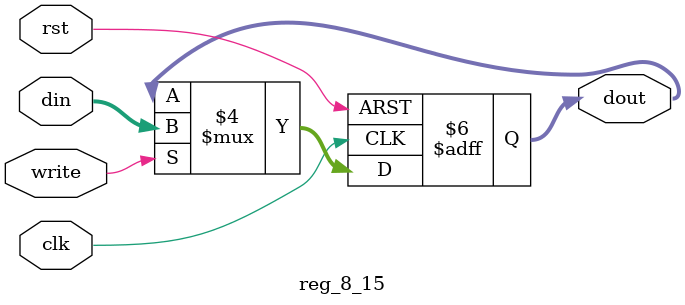
<source format=v>
module reg_8_15(clk,rst,write,din,dout);

output [7:0] dout;
input  clk,rst,write;
input  [7:0] din;

reg [7:0] dout;

always @ (posedge clk or negedge rst)
	begin
		if(!rst)
			dout  <= 8'h34;
		else 
		  if(write)
					 dout<=din;
		  else 
					 dout<=dout;
	end

endmodule
</source>
